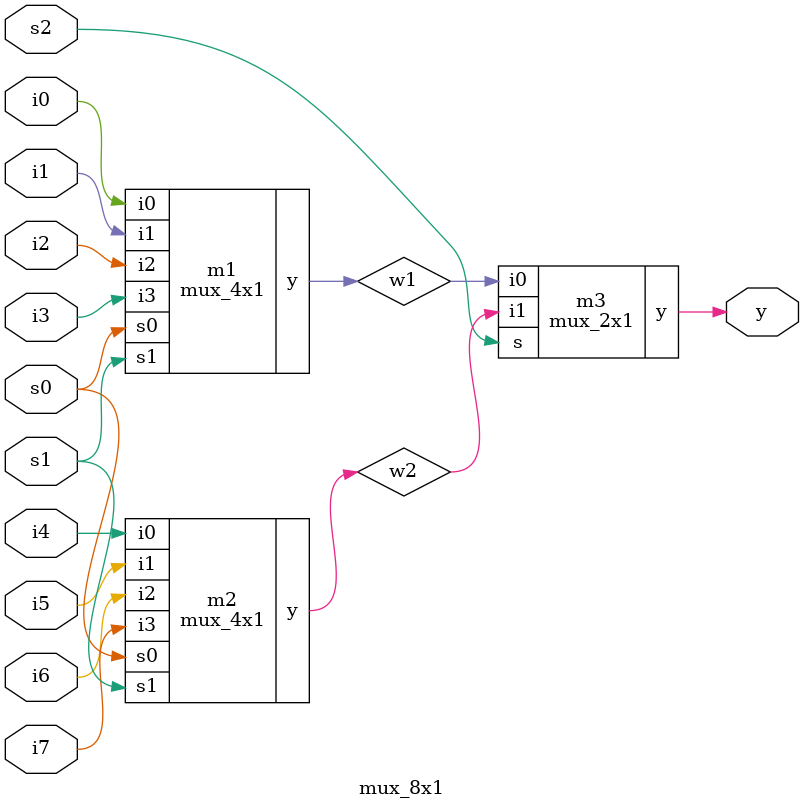
<source format=v>

module mux_4x1(input s0,s1,i0,i1,i2,i3,output y);

wire w1,w2,w3,w4,w5,w6;

not (w1,s0);
not (w2,s1);

and (w3,w1,w2,i0);
and (w4,w1,s1,i1);
and (w5,s0,w2,i2);
and (w6,s0,s1,i3);

or (y,w3,w4,w5,w6);
endmodule

module mux_2x1(input s,i0,i1,output y);

wire w1,w2,w3;

not (w1,s);

and (w2,w1,i0);
and (w3,s,i1);

or (y,w2,w3);

endmodule

module mux_8x1(input s0,s1,s2,input i0,i1,i2,i3,i4,i5,i6,i7,output y);

wire w1,w2;

mux_4x1 m1(.s0(s0),.s1(s1),.i0(i0),.i1(i1),.i2(i2),.i3(i3),.y(w1));
mux_4x1 m2(.s0(s0),.s1(s1),.i0(i4),.i1(i5),.i2(i6),.i3(i7),.y(w2));

mux_2x1 m3(.s(s2),.i0(w1),.i1(w2),.y(y));

endmodule

</source>
